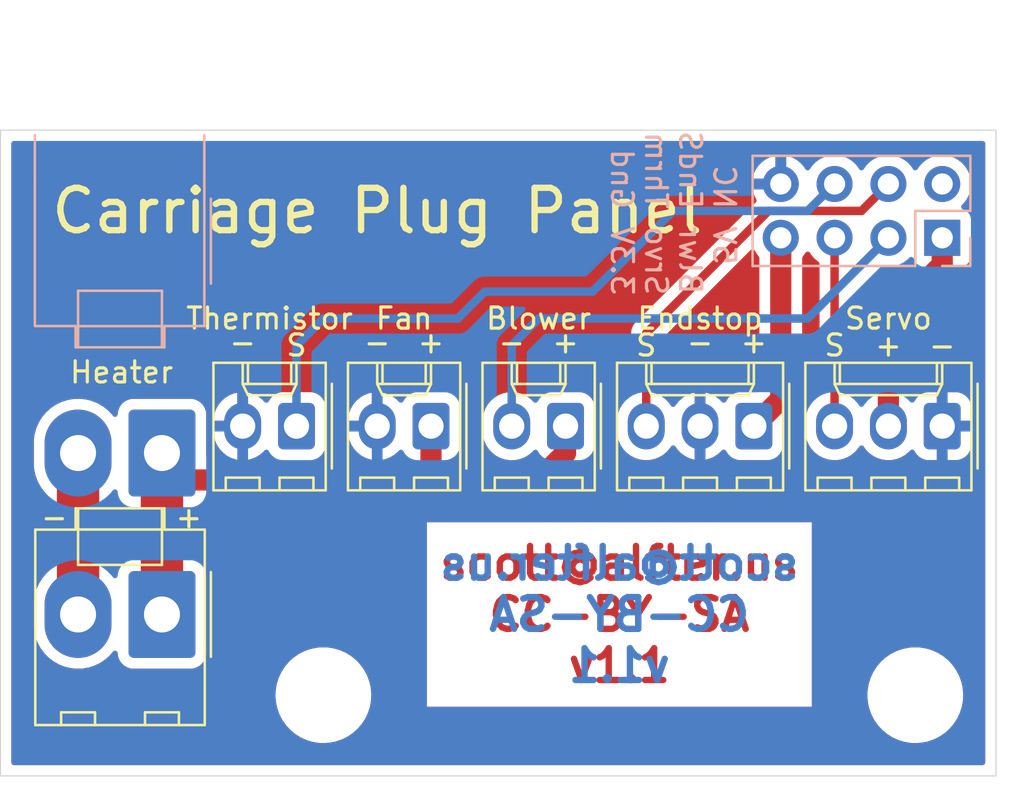
<source format=kicad_pcb>
(kicad_pcb (version 20211014) (generator pcbnew)
  (title_block (title "Carriage Plug Panel") (date "2021-06-14") (rev "v1.1") (company "Scott Alfter"))
  (layers (0 "F.Cu" signal) (31 "B.Cu" signal) (34 "B.Paste" user) (35 "F.Paste" user) (36 "B.SilkS" user "B.Silkscreen") (37 "F.SilkS" user "F.Silkscreen") (38 "B.Mask" user) (39 "F.Mask" user) (44 "Edge.Cuts" user))
  (net 0 "")
  (net 1 "Net-(J1-Pad2)")
  (net 2 "+12V")
  (net 3 "BLOWER")
  (net 4 "GND")
  (net 5 "THERMISTOR")
  (net 6 "ENDSTOP")
  (net 7 "+5V")
  (net 8 "SERVO")
  (net 9 "+3V3")
  (net 10 "Net-(J8-Pad2)")
  (footprint "Connector_Molex:Molex_KK-396_A-41791-0002_1x02_P3.96mm_Vertical" (layer "F.Cu") (at 121.92 106.68 180)
    (fp_text reference "J1" hide)
    (fp_text value "Conn_01x02")
    (fp_line (start -0.115 5.01) (end -0.115 4.005) (layer "F.SilkS") (width 0.12))
    (fp_line (start -2.31 -2) (end -2.31 2) (layer "F.SilkS") (width 0.12))
    (fp_line (start 3.16 -5.22) (end 3.16 -4.62) (layer "F.SilkS") (width 0.12))
    (fp_line (start 0 5.01) (end 0 4.01) (layer "F.SilkS") (width 0.12))
    (fp_line (start 5.98 4.005) (end 4.075 4.005) (layer "F.SilkS") (width 0.12))
    (fp_line (start -0.8 -5.22) (end -0.8 -4.62) (layer "F.SilkS") (width 0.12))
    (fp_line (start 3.96 2.34) (end 3.96 4.01) (layer "F.SilkS") (width 0.12))
    (fp_line (start -0.8 -4.62) (end 0.8 -4.62) (layer "F.SilkS") (width 0.12))
    (fp_line (start 0 2.34) (end 3.96 2.34) (layer "F.SilkS") (width 0.12))
    (fp_line (start 4.76 -4.62) (end 4.76 -5.22) (layer "F.SilkS") (width 0.12))
    (fp_line (start -0.115 4.005) (end -2.02 4.005) (layer "F.SilkS") (width 0.12))
    (fp_line (start 5.98 -5.22) (end 5.98 4.005) (layer "F.SilkS") (width 0.12))
    (fp_line (start -2.02 -5.22) (end 5.98 -5.22) (layer "F.SilkS") (width 0.12))
    (fp_line (start 3.16 -4.62) (end 4.76 -4.62) (layer "F.SilkS") (width 0.12))
    (fp_line (start 0 4.01) (end 3.96 4.01) (layer "F.SilkS") (width 0.12))
    (fp_line (start 0.8 -4.62) (end 0.8 -5.22) (layer "F.SilkS") (width 0.12))
    (fp_line (start 4.075 5.01) (end -0.115 5.01) (layer "F.SilkS") (width 0.12))
    (fp_line (start 0 4.01) (end 0 2.34) (layer "F.SilkS") (width 0.12))
    (fp_line (start 3.96 4.01) (end 3.96 5.01) (layer "F.SilkS") (width 0.12))
    (fp_line (start -2.02 4.005) (end -2.02 -5.22) (layer "F.SilkS") (width 0.12))
    (fp_line (start 4.075 4.005) (end 4.075 5.01) (layer "F.SilkS") (width 0.12))
    (pad "1" thru_hole roundrect locked (at 0 0 180) (size 3.16 4.1) (drill 1.7) (layers *.Cu *.Mask) (roundrect_rratio 0.07911392405) (net 2 "+12V"))
    (pad "2" thru_hole oval locked (at 3.96 0 180) (size 3.16 4.1) (drill 1.7) (layers *.Cu *.Mask) (net 1 "Net-(J1-Pad2)"))
  )
  (footprint "Connector_Molex:Molex_KK-254_AE-6410-02A_1x02_P2.54mm_Vertical" (layer "F.Cu") (at 140.97 97.79 180)
    (fp_text reference "J2" hide)
    (fp_text value "Conn_01x02")
    (fp_line (start 3.34 -2.43) (end 3.34 -3.03) (layer "F.SilkS") (width 0.12))
    (fp_line (start 2.54 1.99) (end 2.54 2.99) (layer "F.SilkS") (width 0.12))
    (fp_line (start -0.8 -2.43) (end 0.8 -2.43) (layer "F.SilkS") (width 0.12))
    (fp_line (start 3.92 2.99) (end 3.92 -3.03) (layer "F.SilkS") (width 0.12))
    (fp_line (start 2.29 2.99) (end 2.29 1.99) (layer "F.SilkS") (width 0.12))
    (fp_line (start 0.8 -2.43) (end 0.8 -3.03) (layer "F.SilkS") (width 0.12))
    (fp_line (start 0.25 2.99) (end 0.25 1.99) (layer "F.SilkS") (width 0.12))
    (fp_line (start 0.25 1.46) (end 2.29 1.46) (layer "F.SilkS") (width 0.12))
    (fp_line (start -1.38 2.99) (end 3.92 2.99) (layer "F.SilkS") (width 0.12))
    (fp_line (start -0.8 -3.03) (end -0.8 -2.43) (layer "F.SilkS") (width 0.12))
    (fp_line (start 1.74 -3.03) (end 1.74 -2.43) (layer "F.SilkS") (width 0.12))
    (fp_line (start -1.67 -2) (end -1.67 2) (layer "F.SilkS") (width 0.12))
    (fp_line (start 1.74 -2.43) (end 3.34 -2.43) (layer "F.SilkS") (width 0.12))
    (fp_line (start 0 1.99) (end 0.25 1.46) (layer "F.SilkS") (width 0.12))
    (fp_line (start 2.29 1.46) (end 2.54 1.99) (layer "F.SilkS") (width 0.12))
    (fp_line (start 0 2.99) (end 0 1.99) (layer "F.SilkS") (width 0.12))
    (fp_line (start 0 1.99) (end 2.54 1.99) (layer "F.SilkS") (width 0.12))
    (fp_line (start -1.38 -3.03) (end -1.38 2.99) (layer "F.SilkS") (width 0.12))
    (fp_line (start 3.92 -3.03) (end -1.38 -3.03) (layer "F.SilkS") (width 0.12))
    (pad "1" thru_hole roundrect locked (at 0 0 180) (size 1.74 2.19) (drill 1.19) (layers *.Cu *.Mask) (roundrect_rratio 0.1436775862) (net 2 "+12V"))
    (pad "2" thru_hole oval locked (at 2.54 0 180) (size 1.74 2.19) (drill 1.19) (layers *.Cu *.Mask) (net 3 "BLOWER"))
  )
  (footprint "Connector_Molex:Molex_KK-254_AE-6410-03A_1x03_P2.54mm_Vertical" (layer "F.Cu") (at 149.86 97.79 180)
    (fp_text reference "J6" hide)
    (fp_text value "Conn_01x03")
    (fp_line (start 4.83 1.46) (end 5.08 1.99) (layer "F.SilkS") (width 0.12))
    (fp_line (start -1.38 -3.03) (end -1.38 2.99) (layer "F.SilkS") (width 0.12))
    (fp_line (start 0.8 -2.43) (end 0.8 -3.03) (layer "F.SilkS") (width 0.12))
    (fp_line (start 4.28 -2.43) (end 5.88 -2.43) (layer "F.SilkS") (width 0.12))
    (fp_line (start 5.08 1.99) (end 5.08 2.99) (layer "F.SilkS") (width 0.12))
    (fp_line (start 0.25 1.46) (end 4.83 1.46) (layer "F.SilkS") (width 0.12))
    (fp_line (start 0 1.99) (end 0.25 1.46) (layer "F.SilkS") (width 0.12))
    (fp_line (start 4.28 -3.03) (end 4.28 -2.43) (layer "F.SilkS") (width 0.12))
    (fp_line (start 0.25 2.99) (end 0.25 1.99) (layer "F.SilkS") (width 0.12))
    (fp_line (start 3.34 -2.43) (end 3.34 -3.03) (layer "F.SilkS") (width 0.12))
    (fp_line (start 1.74 -2.43) (end 3.34 -2.43) (layer "F.SilkS") (width 0.12))
    (fp_line (start -0.8 -3.03) (end -0.8 -2.43) (layer "F.SilkS") (width 0.12))
    (fp_line (start -1.67 -2) (end -1.67 2) (layer "F.SilkS") (width 0.12))
    (fp_line (start 1.74 -3.03) (end 1.74 -2.43) (layer "F.SilkS") (width 0.12))
    (fp_line (start 0 1.99) (end 5.08 1.99) (layer "F.SilkS") (width 0.12))
    (fp_line (start 4.83 2.99) (end 4.83 1.99) (layer "F.SilkS") (width 0.12))
    (fp_line (start 6.46 2.99) (end 6.46 -3.03) (layer "F.SilkS") (width 0.12))
    (fp_line (start 0 2.99) (end 0 1.99) (layer "F.SilkS") (width 0.12))
    (fp_line (start 5.88 -2.43) (end 5.88 -3.03) (layer "F.SilkS") (width 0.12))
    (fp_line (start 6.46 -3.03) (end -1.38 -3.03) (layer "F.SilkS") (width 0.12))
    (fp_line (start -1.38 2.99) (end 6.46 2.99) (layer "F.SilkS") (width 0.12))
    (fp_line (start -0.8 -2.43) (end 0.8 -2.43) (layer "F.SilkS") (width 0.12))
    (pad "1" thru_hole roundrect locked (at 0 0 180) (size 1.74 2.19) (drill 1.19) (layers *.Cu *.Mask) (roundrect_rratio 0.1436775862) (net 9 "+3V3"))
    (pad "2" thru_hole oval locked (at 2.54 0 180) (size 1.74 2.19) (drill 1.19) (layers *.Cu *.Mask) (net 4 "GND"))
    (pad "3" thru_hole oval locked (at 5.08 0 180) (size 1.74 2.19) (drill 1.19) (layers *.Cu *.Mask) (net 6 "ENDSTOP"))
  )
  (footprint "Connector_Molex:Molex_KK-254_AE-6410-03A_1x03_P2.54mm_Vertical" (layer "F.Cu") (at 158.75 97.79 180)
    (fp_text reference "J7" hide)
    (fp_text value "Conn_01x03")
    (fp_line (start 4.28 -2.43) (end 5.88 -2.43) (layer "F.SilkS") (width 0.12))
    (fp_line (start 1.74 -3.03) (end 1.74 -2.43) (layer "F.SilkS") (width 0.12))
    (fp_line (start 6.46 -3.03) (end -1.38 -3.03) (layer "F.SilkS") (width 0.12))
    (fp_line (start 5.88 -2.43) (end 5.88 -3.03) (layer "F.SilkS") (width 0.12))
    (fp_line (start 1.74 -2.43) (end 3.34 -2.43) (layer "F.SilkS") (width 0.12))
    (fp_line (start -0.8 -2.43) (end 0.8 -2.43) (layer "F.SilkS") (width 0.12))
    (fp_line (start 0 1.99) (end 0.25 1.46) (layer "F.SilkS") (width 0.12))
    (fp_line (start 3.34 -2.43) (end 3.34 -3.03) (layer "F.SilkS") (width 0.12))
    (fp_line (start 4.83 1.46) (end 5.08 1.99) (layer "F.SilkS") (width 0.12))
    (fp_line (start 5.08 1.99) (end 5.08 2.99) (layer "F.SilkS") (width 0.12))
    (fp_line (start 0.25 1.46) (end 4.83 1.46) (layer "F.SilkS") (width 0.12))
    (fp_line (start 6.46 2.99) (end 6.46 -3.03) (layer "F.SilkS") (width 0.12))
    (fp_line (start 4.83 2.99) (end 4.83 1.99) (layer "F.SilkS") (width 0.12))
    (fp_line (start -0.8 -3.03) (end -0.8 -2.43) (layer "F.SilkS") (width 0.12))
    (fp_line (start -1.38 2.99) (end 6.46 2.99) (layer "F.SilkS") (width 0.12))
    (fp_line (start 0.25 2.99) (end 0.25 1.99) (layer "F.SilkS") (width 0.12))
    (fp_line (start 0.8 -2.43) (end 0.8 -3.03) (layer "F.SilkS") (width 0.12))
    (fp_line (start -1.67 -2) (end -1.67 2) (layer "F.SilkS") (width 0.12))
    (fp_line (start 0 2.99) (end 0 1.99) (layer "F.SilkS") (width 0.12))
    (fp_line (start 0 1.99) (end 5.08 1.99) (layer "F.SilkS") (width 0.12))
    (fp_line (start -1.38 -3.03) (end -1.38 2.99) (layer "F.SilkS") (width 0.12))
    (fp_line (start 4.28 -3.03) (end 4.28 -2.43) (layer "F.SilkS") (width 0.12))
    (pad "1" thru_hole roundrect locked (at 0 0 180) (size 1.74 2.19) (drill 1.19) (layers *.Cu *.Mask) (roundrect_rratio 0.1436775862) (net 4 "GND"))
    (pad "2" thru_hole oval locked (at 2.54 0 180) (size 1.74 2.19) (drill 1.19) (layers *.Cu *.Mask) (net 7 "+5V"))
    (pad "3" thru_hole oval locked (at 5.08 0 180) (size 1.74 2.19) (drill 1.19) (layers *.Cu *.Mask) (net 8 "SERVO"))
  )
  (footprint "Connector_Molex:Molex_KK-254_AE-6410-02A_1x02_P2.54mm_Vertical" (layer "F.Cu") (at 134.62 97.79 180)
    (fp_text reference "J3" hide)
    (fp_text value "Conn_01x02")
    (fp_line (start 0 1.99) (end 2.54 1.99) (layer "F.SilkS") (width 0.12))
    (fp_line (start -1.38 2.99) (end 3.92 2.99) (layer "F.SilkS") (width 0.12))
    (fp_line (start 0.25 2.99) (end 0.25 1.99) (layer "F.SilkS") (width 0.12))
    (fp_line (start 0 1.99) (end 0.25 1.46) (layer "F.SilkS") (width 0.12))
    (fp_line (start 3.92 -3.03) (end -1.38 -3.03) (layer "F.SilkS") (width 0.12))
    (fp_line (start 3.92 2.99) (end 3.92 -3.03) (layer "F.SilkS") (width 0.12))
    (fp_line (start 1.74 -2.43) (end 3.34 -2.43) (layer "F.SilkS") (width 0.12))
    (fp_line (start -1.38 -3.03) (end -1.38 2.99) (layer "F.SilkS") (width 0.12))
    (fp_line (start 2.29 1.46) (end 2.54 1.99) (layer "F.SilkS") (width 0.12))
    (fp_line (start 2.29 2.99) (end 2.29 1.99) (layer "F.SilkS") (width 0.12))
    (fp_line (start 0.8 -2.43) (end 0.8 -3.03) (layer "F.SilkS") (width 0.12))
    (fp_line (start -0.8 -2.43) (end 0.8 -2.43) (layer "F.SilkS") (width 0.12))
    (fp_line (start 1.74 -3.03) (end 1.74 -2.43) (layer "F.SilkS") (width 0.12))
    (fp_line (start -1.67 -2) (end -1.67 2) (layer "F.SilkS") (width 0.12))
    (fp_line (start -0.8 -3.03) (end -0.8 -2.43) (layer "F.SilkS") (width 0.12))
    (fp_line (start 0.25 1.46) (end 2.29 1.46) (layer "F.SilkS") (width 0.12))
    (fp_line (start 0 2.99) (end 0 1.99) (layer "F.SilkS") (width 0.12))
    (fp_line (start 2.54 1.99) (end 2.54 2.99) (layer "F.SilkS") (width 0.12))
    (fp_line (start 3.34 -2.43) (end 3.34 -3.03) (layer "F.SilkS") (width 0.12))
    (pad "1" thru_hole roundrect locked (at 0 0 180) (size 1.74 2.19) (drill 1.19) (layers *.Cu *.Mask) (roundrect_rratio 0.1436775862) (net 2 "+12V"))
    (pad "2" thru_hole oval locked (at 2.54 0 180) (size 1.74 2.19) (drill 1.19) (layers *.Cu *.Mask) (net 4 "GND"))
  )
  (footprint "MountingHole:MountingHole_3.5mm" (layer "F.Cu") (at 129.54 110.49)
    (fp_text reference "H1" hide)
    (fp_text value "MountingHole")
    (pad "" np_thru_hole circle locked (at 0 0) (size 3.5 3.5) (drill 3.5) (layers *.Cu *.Mask))
  )
  (footprint "MountingHole:MountingHole_3.5mm" (layer "F.Cu") (at 157.48 110.49)
    (fp_text reference "H2" hide)
    (fp_text value "MountingHole")
    (pad "" np_thru_hole circle locked (at 0 0) (size 3.5 3.5) (drill 3.5) (layers *.Cu *.Mask))
  )
  (footprint "Connector_Molex:Molex_KK-254_AE-6410-02A_1x02_P2.54mm_Vertical" (layer "F.Cu") (at 128.27 97.79 180)
    (fp_text reference "J5" hide)
    (fp_text value "Conn_01x02")
    (fp_line (start 0 1.99) (end 0.25 1.46) (layer "F.SilkS") (width 0.12))
    (fp_line (start -0.8 -2.43) (end 0.8 -2.43) (layer "F.SilkS") (width 0.12))
    (fp_line (start 2.29 1.46) (end 2.54 1.99) (layer "F.SilkS") (width 0.12))
    (fp_line (start 1.74 -2.43) (end 3.34 -2.43) (layer "F.SilkS") (width 0.12))
    (fp_line (start 0 1.99) (end 2.54 1.99) (layer "F.SilkS") (width 0.12))
    (fp_line (start -1.67 -2) (end -1.67 2) (layer "F.SilkS") (width 0.12))
    (fp_line (start 1.74 -3.03) (end 1.74 -2.43) (layer "F.SilkS") (width 0.12))
    (fp_line (start -0.8 -3.03) (end -0.8 -2.43) (layer "F.SilkS") (width 0.12))
    (fp_line (start 3.34 -2.43) (end 3.34 -3.03) (layer "F.SilkS") (width 0.12))
    (fp_line (start 3.92 2.99) (end 3.92 -3.03) (layer "F.SilkS") (width 0.12))
    (fp_line (start 0.25 1.46) (end 2.29 1.46) (layer "F.SilkS") (width 0.12))
    (fp_line (start -1.38 -3.03) (end -1.38 2.99) (layer "F.SilkS") (width 0.12))
    (fp_line (start 3.92 -3.03) (end -1.38 -3.03) (layer "F.SilkS") (width 0.12))
    (fp_line (start 2.29 2.99) (end 2.29 1.99) (layer "F.SilkS") (width 0.12))
    (fp_line (start 2.54 1.99) (end 2.54 2.99) (layer "F.SilkS") (width 0.12))
    (fp_line (start -1.38 2.99) (end 3.92 2.99) (layer "F.SilkS") (width 0.12))
    (fp_line (start 0 2.99) (end 0 1.99) (layer "F.SilkS") (width 0.12))
    (fp_line (start 0.8 -2.43) (end 0.8 -3.03) (layer "F.SilkS") (width 0.12))
    (fp_line (start 0.25 2.99) (end 0.25 1.99) (layer "F.SilkS") (width 0.12))
    (pad "1" thru_hole roundrect locked (at 0 0 180) (size 1.74 2.19) (drill 1.19) (layers *.Cu *.Mask) (roundrect_rratio 0.1436775862) (net 5 "THERMISTOR"))
    (pad "2" thru_hole oval locked (at 2.54 0 180) (size 1.74 2.19) (drill 1.19) (layers *.Cu *.Mask) (net 4 "GND"))
  )
  (footprint "molex:Molex_KK-396_A-41792-0002_1x02_P3.96mm_Horizontal" (layer "B.Cu") (at 121.92 99.06 180)
    (fp_text reference "J4" hide)
    (fp_text value "Conn_01x02")
    (fp_line (start -0.115 4.99) (end -0.115 5.995) (layer "B.SilkS") (width 0.12))
    (fp_line (start 0 4.99) (end 0 5.99) (layer "B.SilkS") (width 0.12))
    (fp_line (start -2.31 12) (end -2.31 8) (layer "B.SilkS") (width 0.12))
    (fp_line (start -2 13) (end -2 15) (layer "B.SilkS") (width 0.12))
    (fp_line (start 3.96 7.66) (end 3.96 5.99) (layer "B.SilkS") (width 0.12))
    (fp_line (start -0.115 5.995) (end -2.02 5.995) (layer "B.SilkS") (width 0.12))
    (fp_line (start 6 6) (end 6 13) (layer "B.SilkS") (width 0.12))
    (fp_line (start 3.96 5.99) (end 3.96 4.99) (layer "B.SilkS") (width 0.12))
    (fp_line (start 5.98 5.995) (end 4.075 5.995) (layer "B.SilkS") (width 0.12))
    (fp_line (start 0 5.99) (end 0 7.66) (layer "B.SilkS") (width 0.12))
    (fp_line (start 6 13) (end 6 15) (layer "B.SilkS") (width 0.12))
    (fp_line (start 0 5.99) (end 3.96 5.99) (layer "B.SilkS") (width 0.12))
    (fp_line (start 4.075 4.99) (end -0.115 4.99) (layer "B.SilkS") (width 0.12))
    (fp_line (start -2 6) (end -2 13) (layer "B.SilkS") (width 0.12))
    (fp_line (start 0 7.66) (end 3.96 7.66) (layer "B.SilkS") (width 0.12))
    (fp_line (start 4.075 5.995) (end 4.075 4.99) (layer "B.SilkS") (width 0.12))
    (pad "1" thru_hole roundrect locked (at 0 0 180) (size 3.16 4.1) (drill 1.7) (layers *.Cu *.Mask) (roundrect_rratio 0.07911392405) (net 2 "+12V"))
    (pad "2" thru_hole oval locked (at 3.96 0 180) (size 3.16 4.1) (drill 1.7) (layers *.Cu *.Mask) (net 1 "Net-(J1-Pad2)"))
  )
  (footprint "Connector_PinHeader_2.54mm:PinHeader_2x04_P2.54mm_Vertical" (layer "B.Cu") (at 158.75 88.9 90)
    (fp_text reference "J8" hide)
    (fp_text value "Conn_02x04_Odd_Even" hide)
    (fp_line (start -1.33 0) (end -1.33 1.33) (layer "B.SilkS") (width 0.12))
    (fp_line (start 1.27 -1.27) (end 1.27 1.33) (layer "B.SilkS") (width 0.12))
    (fp_line (start -1.33 -8.95) (end 3.87 -8.95) (layer "B.SilkS") (width 0.12))
    (fp_line (start 1.27 1.33) (end 3.87 1.33) (layer "B.SilkS") (width 0.12))
    (fp_line (start -1.33 -1.27) (end -1.33 -8.95) (layer "B.SilkS") (width 0.12))
    (fp_line (start 3.87 1.33) (end 3.87 -8.95) (layer "B.SilkS") (width 0.12))
    (fp_line (start -1.33 1.33) (end 0 1.33) (layer "B.SilkS") (width 0.12))
    (fp_line (start -1.33 -1.27) (end 1.27 -1.27) (layer "B.SilkS") (width 0.12))
    (pad "1" thru_hole rect locked (at 0 0 90) (size 1.7 1.7) (drill 1) (layers *.Cu *.Mask) (net 7 "+5V"))
    (pad "2" thru_hole oval locked (at 2.54 0 90) (size 1.7 1.7) (drill 1) (layers *.Cu *.Mask) (net 10 "Net-(J8-Pad2)"))
    (pad "3" thru_hole oval locked (at 0 -2.54 90) (size 1.7 1.7) (drill 1) (layers *.Cu *.Mask) (net 3 "BLOWER"))
    (pad "4" thru_hole oval locked (at 2.54 -2.54 90) (size 1.7 1.7) (drill 1) (layers *.Cu *.Mask) (net 6 "ENDSTOP"))
    (pad "5" thru_hole oval locked (at 0 -5.08 90) (size 1.7 1.7) (drill 1) (layers *.Cu *.Mask) (net 8 "SERVO"))
    (pad "6" thru_hole oval locked (at 2.54 -5.08 90) (size 1.7 1.7) (drill 1) (layers *.Cu *.Mask) (net 5 "THERMISTOR"))
    (pad "7" thru_hole oval locked (at 0 -7.62 90) (size 1.7 1.7) (drill 1) (layers *.Cu *.Mask) (net 9 "+3V3"))
    (pad "8" thru_hole oval locked (at 2.54 -7.62 90) (size 1.7 1.7) (drill 1) (layers *.Cu *.Mask) (net 4 "GND"))
  )
  (gr_line (start 161.29 83.82) (end 114.3 83.82) (layer "Edge.Cuts") (width 0.05))
  (gr_line (start 114.3 83.82) (end 114.3 114.3) (layer "Edge.Cuts") (width 0.05))
  (gr_line (start 160.02 114.3) (end 161.29 114.3) (layer "Edge.Cuts") (width 0.05))
  (gr_line (start 161.29 85.09) (end 161.29 83.82) (layer "Edge.Cuts") (width 0.05))
  (gr_line (start 161.29 114.3) (end 161.29 85.09) (layer "Edge.Cuts") (width 0.05))
  (gr_line (start 114.3 114.3) (end 160.02 114.3) (layer "Edge.Cuts") (width 0.05))
  (gr_text "scott@alfter.us\nCC-BY-SA\nv1.1" (at 143.51 106.68) (layer "F.Cu") (effects (font (size 1.5 1.5) (thickness 0.3))))
  (gr_text "scott@alfter.us\nCC-BY-SA\nv1.1" (at 143.51 106.68) (layer "B.Cu") (effects (font (size 1.5 1.5) (thickness 0.3)) (justify mirror)))
  (gr_text "NC\nEndS\nThrm\nGnd" (at 146.05 87.63 -90) (layer "B.SilkS") (effects (font (size 1 1)) (justify left mirror)))
  (gr_text "5V\nBlwr\nSrvo\n3.3V" (at 146.05 88.265 -90) (layer "B.SilkS") (effects (font (size 1 1)) (justify right mirror)))
  (gr_text "+" (at 140.97 93.98 180) (layer "F.SilkS") (effects (font (size 1 1))))
  (gr_text "-" (at 138.43 93.98 180) (layer "F.SilkS") (effects (font (size 1 1))))
  (gr_text "-" (at 132.08 93.98 180) (layer "F.SilkS") (effects (font (size 1 1))))
  (gr_text "+" (at 134.62 93.98 180) (layer "F.SilkS") (effects (font (size 1 1))))
  (gr_text "-" (at 147.32 93.98 180) (layer "F.SilkS") (effects (font (size 1 1))))
  (gr_text "+" (at 149.86 93.98 180) (layer "F.SilkS") (effects (font (size 1 1))))
  (gr_text "Fan" (at 133.35 92.71) (layer "F.SilkS") (effects (font (size 1 1))))
  (gr_text "Thermistor" (at 127 92.71) (layer "F.SilkS") (effects (font (size 1 1))))
  (gr_text "-" (at 125.73 93.98 180) (layer "F.SilkS") (effects (font (size 1 1))))
  (gr_text "S" (at 128.27 93.98) (layer "F.SilkS") (effects (font (size 1 1))))
  (gr_text "Carriage Plug Panel" (at 132.08 87.63) (layer "F.SilkS") (effects (font (size 2 2) (thickness 0.3))))
  (gr_text "+" (at 123.19 102.235 180) (layer "F.SilkS") (effects (font (size 1 1))))
  (gr_text "Endstop" (at 147.32 92.71) (layer "F.SilkS") (effects (font (size 1 1))))
  (gr_text "Heater" (at 120.015 95.25) (layer "F.SilkS") (effects (font (size 1 1))))
  (gr_text "-" (at 116.84 102.235 180) (layer "F.SilkS") (effects (font (size 1 1))))
  (gr_text "-" (at 158.75 93.98) (layer "F.SilkS") (effects (font (size 1 1))))
  (gr_text "Blower" (at 139.7 92.71) (layer "F.SilkS") (effects (font (size 1 1))))
  (gr_text "S" (at 153.67 93.98) (layer "F.SilkS") (effects (font (size 1 1))))
  (gr_text "S" (at 144.78 93.98) (layer "F.SilkS") (effects (font (size 1 1))))
  (gr_text "+" (at 156.21 93.98) (layer "F.SilkS") (effects (font (size 1 1))))
  (gr_text "Servo" (at 156.21 92.71) (layer "F.SilkS") (effects (font (size 1 1))))
  (segment (start 117.96 99.06) (end 117.96 106.68) (width 2) (layer "F.Cu") (net 1))
  (segment (start 123.19 100.33) (end 134.62 100.33) (width 1) (layer "F.Cu") (net 2))
  (segment (start 139.7 100.33) (end 140.97 99.06) (width 1) (layer "F.Cu") (net 2))
  (segment (start 134.62 100.33) (end 134.62 97.79) (width 1) (layer "F.Cu") (net 2))
  (segment (start 140.97 99.06) (end 140.97 97.79) (width 1) (layer "F.Cu") (net 2))
  (segment (start 134.62 100.33) (end 139.7 100.33) (width 1) (layer "F.Cu") (net 2))
  (segment (start 121.92 99.06) (end 121.92 106.68) (width 2) (layer "F.Cu") (net 2))
  (segment (start 121.92 99.06) (end 123.19 100.33) (width 1) (layer "F.Cu") (net 2))
  (segment (start 139.7 92.71) (end 138.43 93.98) (width 0.4) (layer "B.Cu") (net 3))
  (segment (start 156.21 88.9) (end 152.4 92.71) (width 0.4) (layer "B.Cu") (net 3))
  (segment (start 138.43 93.98) (end 138.43 97.79) (width 0.4) (layer "B.Cu") (net 3))
  (segment (start 152.4 92.71) (end 139.7 92.71) (width 0.4) (layer "B.Cu") (net 3))
  (segment (start 128.27 93.98) (end 128.27 97.79) (width 0.4) (layer "B.Cu") (net 5))
  (segment (start 152.4 87.63) (end 146.05 87.63) (width 0.4) (layer "B.Cu") (net 5))
  (segment (start 142.24 91.44) (end 137.16 91.44) (width 0.4) (layer "B.Cu") (net 5))
  (segment (start 146.05 87.63) (end 142.24 91.44) (width 0.4) (layer "B.Cu") (net 5))
  (segment (start 137.16 91.44) (end 135.89 92.71) (width 0.4) (layer "B.Cu") (net 5))
  (segment (start 129.54 92.71) (end 128.27 93.98) (width 0.4) (layer "B.Cu") (net 5))
  (segment (start 153.67 86.36) (end 152.4 87.63) (width 0.4) (layer "B.Cu") (net 5))
  (segment (start 135.89 92.71) (end 129.54 92.71) (width 0.4) (layer "B.Cu") (net 5))
  (segment (start 150.549998 87.63) (end 144.78 93.399998) (width 0.4) (layer "F.Cu") (net 6))
  (segment (start 144.78 93.399998) (end 144.78 97.79) (width 0.4) (layer "F.Cu") (net 6))
  (segment (start 156.21 86.36) (end 154.94 87.63) (width 0.4) (layer "F.Cu") (net 6))
  (segment (start 154.94 87.63) (end 150.549998 87.63) (width 0.4) (layer "F.Cu") (net 6))
  (segment (start 156.21 92.71) (end 156.21 97.79) (width 1) (layer "F.Cu") (net 7))
  (segment (start 158.75 88.9) (end 158.75 90.17) (width 1) (layer "F.Cu") (net 7))
  (segment (start 158.75 90.17) (end 156.21 92.71) (width 1) (layer "F.Cu") (net 7))
  (segment (start 153.67 88.9) (end 153.67 97.79) (width 0.4) (layer "F.Cu") (net 8))
  (segment (start 151.13 96.52) (end 149.86 97.79) (width 1) (layer "F.Cu") (net 9))
  (segment (start 151.13 88.9) (end 151.13 96.52) (width 1) (layer "F.Cu") (net 9))
  (zone (net 4) (net_name "GND") (layer "F.Cu") (connect_pads (clearance 0.508)) (min_thickness 0.254) (fill yes (thermal_gap 0.508) (thermal_bridge_width 0.508))
    (polygon (pts (xy 161.29 114.3) (xy 114.3 114.3) (xy 114.3 83.82) (xy 161.29 83.82)))
  )
  (zone (net 4) (net_name "GND") (layer "B.Cu") (connect_pads (clearance 0.508)) (min_thickness 0.254) (fill yes (thermal_gap 0.508) (thermal_bridge_width 0.508))
    (polygon (pts (xy 161.29 114.3) (xy 114.3 114.3) (xy 114.3 83.82) (xy 161.29 83.82)))
  )
)
</source>
